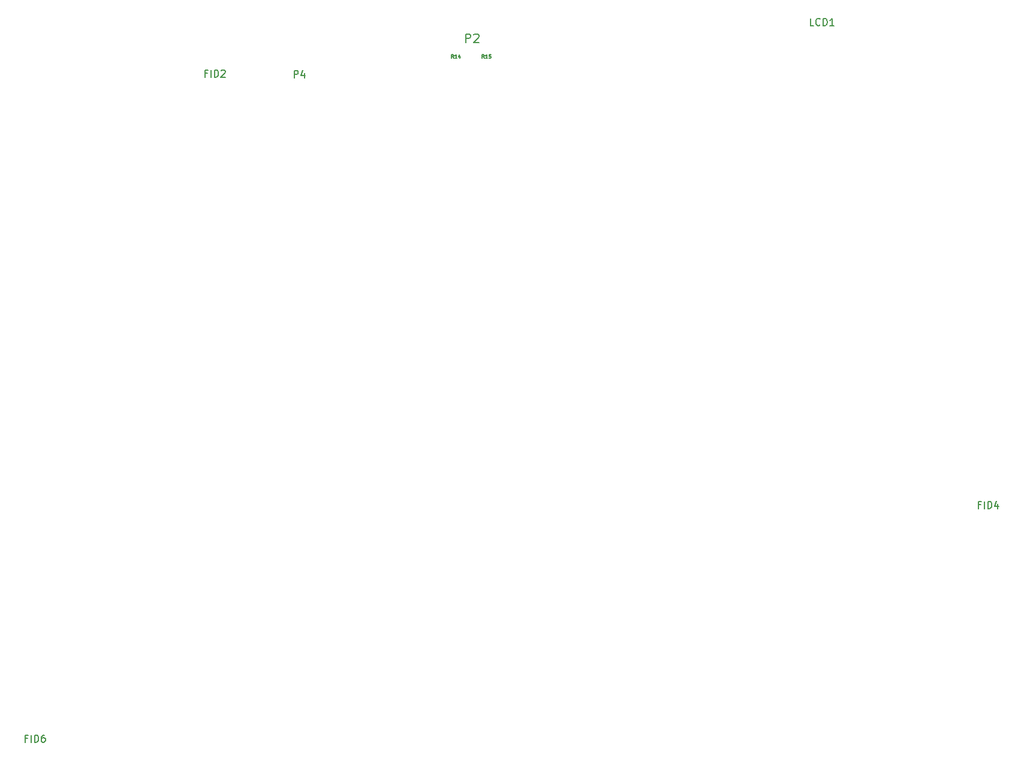
<source format=gto>
G04 #@! TF.FileFunction,Legend,Top*
%FSLAX46Y46*%
G04 Gerber Fmt 4.6, Leading zero omitted, Abs format (unit mm)*
G04 Created by KiCad (PCBNEW (2016-03-18 BZR 6629, Git 60d93d0)-product) date 7/17/2016 1:37:34 PM*
%MOMM*%
G01*
G04 APERTURE LIST*
%ADD10C,0.150000*%
%ADD11C,0.200000*%
%ADD12C,0.127000*%
G04 APERTURE END LIST*
D10*
D11*
X105413286Y-52879257D02*
X105413286Y-51679257D01*
X105870429Y-51679257D01*
X105984715Y-51736400D01*
X106041858Y-51793543D01*
X106099001Y-51907829D01*
X106099001Y-52079257D01*
X106041858Y-52193543D01*
X105984715Y-52250686D01*
X105870429Y-52307829D01*
X105413286Y-52307829D01*
X106556143Y-51793543D02*
X106613286Y-51736400D01*
X106727572Y-51679257D01*
X107013286Y-51679257D01*
X107127572Y-51736400D01*
X107184715Y-51793543D01*
X107241858Y-51907829D01*
X107241858Y-52022114D01*
X107184715Y-52193543D01*
X106499001Y-52879257D01*
X107241858Y-52879257D01*
X81176905Y-57856381D02*
X81176905Y-56856381D01*
X81557858Y-56856381D01*
X81653096Y-56904000D01*
X81700715Y-56951619D01*
X81748334Y-57046857D01*
X81748334Y-57189714D01*
X81700715Y-57284952D01*
X81653096Y-57332571D01*
X81557858Y-57380190D01*
X81176905Y-57380190D01*
X82605477Y-57189714D02*
X82605477Y-57856381D01*
X82367381Y-56808762D02*
X82129286Y-57523048D01*
X82748334Y-57523048D01*
X154535334Y-50490381D02*
X154059143Y-50490381D01*
X154059143Y-49490381D01*
X155440096Y-50395143D02*
X155392477Y-50442762D01*
X155249620Y-50490381D01*
X155154382Y-50490381D01*
X155011524Y-50442762D01*
X154916286Y-50347524D01*
X154868667Y-50252286D01*
X154821048Y-50061810D01*
X154821048Y-49918952D01*
X154868667Y-49728476D01*
X154916286Y-49633238D01*
X155011524Y-49538000D01*
X155154382Y-49490381D01*
X155249620Y-49490381D01*
X155392477Y-49538000D01*
X155440096Y-49585619D01*
X155868667Y-50490381D02*
X155868667Y-49490381D01*
X156106762Y-49490381D01*
X156249620Y-49538000D01*
X156344858Y-49633238D01*
X156392477Y-49728476D01*
X156440096Y-49918952D01*
X156440096Y-50061810D01*
X156392477Y-50252286D01*
X156344858Y-50347524D01*
X156249620Y-50442762D01*
X156106762Y-50490381D01*
X155868667Y-50490381D01*
X157392477Y-50490381D02*
X156821048Y-50490381D01*
X157106762Y-50490381D02*
X157106762Y-49490381D01*
X157011524Y-49633238D01*
X156916286Y-49728476D01*
X156821048Y-49776095D01*
X43505572Y-151226571D02*
X43172238Y-151226571D01*
X43172238Y-151750381D02*
X43172238Y-150750381D01*
X43648429Y-150750381D01*
X44029381Y-151750381D02*
X44029381Y-150750381D01*
X44505571Y-151750381D02*
X44505571Y-150750381D01*
X44743666Y-150750381D01*
X44886524Y-150798000D01*
X44981762Y-150893238D01*
X45029381Y-150988476D01*
X45077000Y-151178952D01*
X45077000Y-151321810D01*
X45029381Y-151512286D01*
X44981762Y-151607524D01*
X44886524Y-151702762D01*
X44743666Y-151750381D01*
X44505571Y-151750381D01*
X45934143Y-150750381D02*
X45743666Y-150750381D01*
X45648428Y-150798000D01*
X45600809Y-150845619D01*
X45505571Y-150988476D01*
X45457952Y-151178952D01*
X45457952Y-151559905D01*
X45505571Y-151655143D01*
X45553190Y-151702762D01*
X45648428Y-151750381D01*
X45838905Y-151750381D01*
X45934143Y-151702762D01*
X45981762Y-151655143D01*
X46029381Y-151559905D01*
X46029381Y-151321810D01*
X45981762Y-151226571D01*
X45934143Y-151178952D01*
X45838905Y-151131333D01*
X45648428Y-151131333D01*
X45553190Y-151178952D01*
X45505571Y-151226571D01*
X45457952Y-151321810D01*
X178125572Y-118206571D02*
X177792238Y-118206571D01*
X177792238Y-118730381D02*
X177792238Y-117730381D01*
X178268429Y-117730381D01*
X178649381Y-118730381D02*
X178649381Y-117730381D01*
X179125571Y-118730381D02*
X179125571Y-117730381D01*
X179363666Y-117730381D01*
X179506524Y-117778000D01*
X179601762Y-117873238D01*
X179649381Y-117968476D01*
X179697000Y-118158952D01*
X179697000Y-118301810D01*
X179649381Y-118492286D01*
X179601762Y-118587524D01*
X179506524Y-118682762D01*
X179363666Y-118730381D01*
X179125571Y-118730381D01*
X180554143Y-118063714D02*
X180554143Y-118730381D01*
X180316047Y-117682762D02*
X180077952Y-118397048D01*
X180697000Y-118397048D01*
X68905572Y-57246571D02*
X68572238Y-57246571D01*
X68572238Y-57770381D02*
X68572238Y-56770381D01*
X69048429Y-56770381D01*
X69429381Y-57770381D02*
X69429381Y-56770381D01*
X69905571Y-57770381D02*
X69905571Y-56770381D01*
X70143666Y-56770381D01*
X70286524Y-56818000D01*
X70381762Y-56913238D01*
X70429381Y-57008476D01*
X70477000Y-57198952D01*
X70477000Y-57341810D01*
X70429381Y-57532286D01*
X70381762Y-57627524D01*
X70286524Y-57722762D01*
X70143666Y-57770381D01*
X69905571Y-57770381D01*
X70857952Y-56865619D02*
X70905571Y-56818000D01*
X71000809Y-56770381D01*
X71238905Y-56770381D01*
X71334143Y-56818000D01*
X71381762Y-56865619D01*
X71429381Y-56960857D01*
X71429381Y-57056095D01*
X71381762Y-57198952D01*
X70810333Y-57770381D01*
X71429381Y-57770381D01*
D12*
X103686428Y-55093810D02*
X103517095Y-54851905D01*
X103396142Y-55093810D02*
X103396142Y-54585810D01*
X103589666Y-54585810D01*
X103638047Y-54610000D01*
X103662238Y-54634190D01*
X103686428Y-54682571D01*
X103686428Y-54755143D01*
X103662238Y-54803524D01*
X103638047Y-54827714D01*
X103589666Y-54851905D01*
X103396142Y-54851905D01*
X104170238Y-55093810D02*
X103879952Y-55093810D01*
X104025095Y-55093810D02*
X104025095Y-54585810D01*
X103976714Y-54658381D01*
X103928333Y-54706762D01*
X103879952Y-54730952D01*
X104605667Y-54755143D02*
X104605667Y-55093810D01*
X104484714Y-54561619D02*
X104363762Y-54924476D01*
X104678238Y-54924476D01*
X108004428Y-55093810D02*
X107835095Y-54851905D01*
X107714142Y-55093810D02*
X107714142Y-54585810D01*
X107907666Y-54585810D01*
X107956047Y-54610000D01*
X107980238Y-54634190D01*
X108004428Y-54682571D01*
X108004428Y-54755143D01*
X107980238Y-54803524D01*
X107956047Y-54827714D01*
X107907666Y-54851905D01*
X107714142Y-54851905D01*
X108488238Y-55093810D02*
X108197952Y-55093810D01*
X108343095Y-55093810D02*
X108343095Y-54585810D01*
X108294714Y-54658381D01*
X108246333Y-54706762D01*
X108197952Y-54730952D01*
X108947857Y-54585810D02*
X108705952Y-54585810D01*
X108681762Y-54827714D01*
X108705952Y-54803524D01*
X108754333Y-54779333D01*
X108875286Y-54779333D01*
X108923667Y-54803524D01*
X108947857Y-54827714D01*
X108972048Y-54876095D01*
X108972048Y-54997048D01*
X108947857Y-55045429D01*
X108923667Y-55069619D01*
X108875286Y-55093810D01*
X108754333Y-55093810D01*
X108705952Y-55069619D01*
X108681762Y-55045429D01*
M02*

</source>
